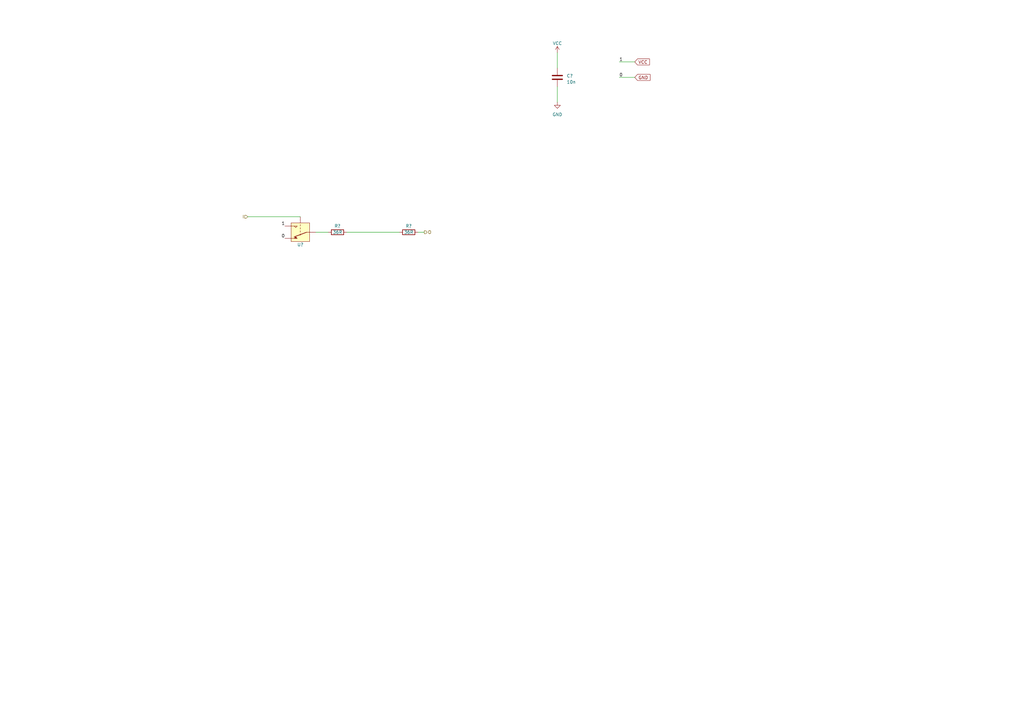
<source format=kicad_sch>
(kicad_sch (version 20230121) (generator eeschema)
  (paper "A3")
  (lib_symbols
    (symbol "Device:C" (pin_numbers hide) (pin_names (offset 0.254))
      (property "Reference" "C" (at 0.635 2.54 0))
      (property "Value" "C" (at 0.635 -2.54 0))
      (symbol "C_0_1"
        (polyline (pts (xy -2.032 -0.762) (xy 2.032 -0.762)) (stroke (width 0.508)))
        (polyline (pts (xy -2.032 0.762) (xy 2.032 0.762)) (stroke (width 0.508)))
      )
      (symbol "C_1_1"
        (pin passive line (at 0 3.81 270) (length 2.794) (name "~") (number "1"))
        (pin passive line (at 0 -3.81 90) (length 2.794) (name "~") (number "2"))
      )
    )
    (symbol "Device:R" (pin_numbers hide) (pin_names (offset 0))
      (property "Reference" "R" (at 2.032 0 90))
      (property "Value" "R" (at 0 0 90))
      (symbol "R_0_1"
        (rectangle (start -1.016 -2.54) (end 1.016 2.54) (stroke (width 0.254)))
      )
      (symbol "R_1_1"
        (pin passive line (at 0 3.81 270) (length 1.27) (name "~") (number "1"))
        (pin passive line (at 0 -3.81 90) (length 1.27) (name "~") (number "2"))
      )
    )
    (symbol "MevaLlibreria:1G3157" (pin_numbers hide)
      (property "Reference" "U" (at 0 -5.08 0))
      (symbol "1G3157_0_0"
        (polyline (pts (xy -3.81 2.54) (xy -1.27 2.54) (xy -1.905 1.905) (xy -2.54 2.54)))
      )
      (symbol "1G3157_0_1"
        (rectangle (start -3.81 3.81) (end 3.81 -3.81) (fill (type background)))
        (polyline (pts (xy 0 -0.635) (xy 0 -1.27)))
        (polyline (pts (xy 0 0.635) (xy 0 0)))
        (polyline (pts (xy 0 1.905) (xy 0 1.27)))
        (polyline (pts (xy 0 3.175) (xy 0 2.54)))
        (polyline (pts (xy 2.54 0) (xy -2.54 -1.905)) (stroke (width 0.254)))
        (polyline (pts (xy 3.81 0) (xy 2.54 0)))
        (polyline (pts (xy -3.81 -2.54) (xy -1.27 -2.54) (xy -1.905 -1.905) (xy -2.54 -2.54)) (fill (type outline)))
      )
      (symbol "1G3157_1_1"
        (pin input line (at -6.35 2.54 0) (length 2.54) (name "~") (number "1"))
        (pin power_in line (at 2.54 -2.54 270) (length 2.54) hide (name "GND") (number "2"))
        (pin input line (at -6.35 -2.54 0) (length 2.54) (name "~") (number "3"))
        (pin output line (at 6.35 0 180) (length 2.54) (name "~") (number "4"))
        (pin power_in line (at 2.54 2.54 90) (length 2.54) hide (name "VCC") (number "5"))
        (pin input line (at 0 6.35 270) (length 2.54) (name "~") (number "6"))
      )
    )
    (symbol "power:GND" (power) (pin_names (offset 0))
      (property "Value" "GND" (at 0 -3.81 0))
      (symbol "GND_0_1"
        (polyline (pts (xy 0 0) (xy 0 -1.27) (xy 1.27 -1.27) (xy 0 -2.54) (xy -1.27 -1.27) (xy 0 -1.27)))
      )
      (symbol "GND_1_1"
        (pin power_in line (at 0 0 270) (length 0) hide (name "GND") (number "1"))
      )
    )
    (symbol "power:VCC" (power) (pin_names (offset 0))
      (property "Value" "VCC" (at 0 3.81 0))
      (symbol "VCC_0_1"
        (polyline (pts (xy -0.762 1.27) (xy 0 2.54)))
        (polyline (pts (xy 0 0) (xy 0 2.54)))
        (polyline (pts (xy 0 2.54) (xy 0.762 1.27)))
      )
      (symbol "VCC_1_1"
        (pin power_in line (at 0 0 90) (length 0) hide (name "VCC") (number "1"))
      )
    )
  )
  (wire (pts (xy 171.45 95.25) (xy 173.99 95.25)))
  (wire (pts (xy 101.6 88.9) (xy 123.19 88.9)))
  (wire (pts (xy 129.54 95.25) (xy 134.62 95.25)))
  (wire (pts (xy 228.6 35.56) (xy 228.6 41.91)))
  (wire (pts (xy 228.6 21.59) (xy 228.6 27.94)))
  (wire (pts (xy 254 25.4) (xy 260.35 25.4)))
  (wire (pts (xy 142.24 95.25) (xy 163.83 95.25)))
  (wire (pts (xy 254 31.75) (xy 260.35 31.75)))
  (label "0" (at 254 31.75 0))
  (label "1" (at 116.84 92.71 180))
  (label "1" (at 254 25.4 0))
  (label "0" (at 116.84 97.79 180))
  (global_label "VCC" (shape input) (at 260.35 25.4 0) (property "Intersheetrefs" "${INTERSHEET_REFS}" (effects hide)))
  (global_label "GND" (shape input) (at 260.35 31.75 0) (property "Intersheetrefs" "${INTERSHEET_REFS}" (effects hide)))
  (hierarchical_label "I" (shape input) (at 101.6 88.9 180))
  (hierarchical_label "O" (shape output) (at 173.99 95.25 0))
  (symbol (lib_id "MevaLlibreria:1G3157") (at 123.19 95.25 0) (unit 1)
    (property "Reference" "U?" (at 123.19 100.33 0))
    (property "Value" "1G3157" (effects hide))
    (property "Footprint" "Package_TO_SOT_SMD:SOT-23-6" (effects hide))
    (property "Datasheet" "https://www.ti.com/lit/ds/symlink/sn74lvc1g3157.pdf" (effects hide))
    (property "Sim.Name" "74LVC1G3157" (effects hide))
    (property "Sim.Library" "../SpiceModelsGlobal/AnalogSPDT.txt" (effects hide))
    (property "Sim.Device" "SUBCKT" (effects hide))
    (property "Sim.Pins" "1=1 3=3 4=4 5=5 6=6" (effects hide))
    (property "Manufacturer" "Texas Instruments" (effects hide))
    (property "Part Number" "SN74LVC1G3157DBVR" (effects hide))
    (instances (project "MiniCalc_A" (path "" (reference "U?") (unit 1)) (path "" (reference "U?") (unit 1)) (path "" (reference "U17") (unit 1)) (path "" (reference "U18") (unit 1)) (path "" (reference "U19") (unit 1)) (path "" (reference "U16") (unit 1)) (path "" (reference "U20") (unit 1)) (path "" (reference "U21") (unit 1))) (project "MinicalcControlPanel" (path "" (reference "U59") (unit 1)) (path "" (reference "U60") (unit 1)) (path "" (reference "U55") (unit 1)) (path "" (reference "U61") (unit 1)) (path "" (reference "U63") (unit 1)) (path "" (reference "U62") (unit 1)) (path "" (reference "U65") (unit 1)) (path "" (reference "U66") (unit 1)) (path "" (reference "U64") (unit 1)) (path "" (reference "U68") (unit 1)) (path "" (reference "U67") (unit 1)) (path "" (reference "U69") (unit 1)) (path "" (reference "U79") (unit 1)) (path "" (reference "U74") (unit 1)) (path "" (reference "U83") (unit 1)) (path "" (reference "U84") (unit 1)) (path "" (reference "U81") (unit 1)) (path "" (reference "U82") (unit 1)) (path "" (reference "U76") (unit 1)) (path "" (reference "U78") (unit 1)) (path "" (reference "U77") (unit 1)) (path "" (reference "U85") (unit 1)) (path "" (reference "U75") (unit 1)) (path "" (reference "U80") (unit 1))))
  )
  (symbol (lib_id "Device:R") (at 138.43 95.25 270) (unit 1)
    (property "Reference" "R?" (at 138.43 92.71 90))
    (property "Value" "36R" (at 138.43 95.25 90))
    (property "Footprint" "MevaLlibreriaFootprint:Meu-R_0603_1608Metric" (effects hide))
    (instances (project "MiniCalc_A" (path "" (reference "R?") (unit 1)) (path "" (reference "R55") (unit 1)) (path "" (reference "R56") (unit 1)) (path "" (reference "R54") (unit 1)) (path "" (reference "R57") (unit 1)) (path "" (reference "R58") (unit 1)) (path "" (reference "R59") (unit 1))) (project "MinicalcControlPanel" (path "" (reference "R76") (unit 1)) (path "" (reference "R78") (unit 1)) (path "" (reference "R62") (unit 1)) (path "" (reference "R80") (unit 1)) (path "" (reference "R84") (unit 1)) (path "" (reference "R82") (unit 1)) (path "" (reference "R88") (unit 1)) (path "" (reference "R90") (unit 1)) (path "" (reference "R86") (unit 1)) (path "" (reference "R94") (unit 1)) (path "" (reference "R92") (unit 1)) (path "" (reference "R96") (unit 1)) (path "" (reference "R121") (unit 1)) (path "" (reference "R111") (unit 1)) (path "" (reference "R129") (unit 1)) (path "" (reference "R131") (unit 1)) (path "" (reference "R125") (unit 1)) (path "" (reference "R127") (unit 1)) (path "" (reference "R115") (unit 1)) (path "" (reference "R119") (unit 1)) (path "" (reference "R117") (unit 1)) (path "" (reference "R133") (unit 1)) (path "" (reference "R113") (unit 1)) (path "" (reference "R123") (unit 1))))
  )
  (symbol (lib_id "power:GND") (at 228.6 41.91 0) (unit 1)
    (property "Reference" "#PWR?" (effects hide))
    (property "Value" "GND" (at 228.6 46.99 0))
    (instances (project "MiniCalc_A" (path "" (reference "#PWR?") (unit 1)) (path "" (reference "#PWR?") (unit 1)) (path "" (reference "#PWR?") (unit 1)) (path "" (reference "#PWR?") (unit 1)) (path "" (reference "#PWR?") (unit 1)) (path "" (reference "#PWR?") (unit 1)) (path "" (reference "#PWR?") (unit 1)) (path "" (reference "#PWR?") (unit 1)) (path "" (reference "#PWR?") (unit 1)) (path "" (reference "#PWR?") (unit 1)) (path "" (reference "#PWR?") (unit 1)) (path "" (reference "#PWR?") (unit 1)) (path "" (reference "#PWR044") (unit 1)) (path "" (reference "#PWR046") (unit 1)) (path "" (reference "#PWR042") (unit 1)) (path "" (reference "#PWR048") (unit 1)) (path "" (reference "#PWR050") (unit 1)) (path "" (reference "#PWR052") (unit 1))) (project "MinicalcControlPanel" (path "" (reference "#PWR046") (unit 1)) (path "" (reference "#PWR048") (unit 1)) (path "" (reference "#PWR042") (unit 1)) (path "" (reference "#PWR051") (unit 1)) (path "" (reference "#PWR055") (unit 1)) (path "" (reference "#PWR053") (unit 1)) (path "" (reference "#PWR060") (unit 1)) (path "" (reference "#PWR062") (unit 1)) (path "" (reference "#PWR058") (unit 1)) (path "" (reference "#PWR067") (unit 1)) (path "" (reference "#PWR065") (unit 1)) (path "" (reference "#PWR069") (unit 1)) (path "" (reference "#PWR089") (unit 1)) (path "" (reference "#PWR076") (unit 1)) (path "" (reference "#PWR097") (unit 1)) (path "" (reference "#PWR0100") (unit 1)) (path "" (reference "#PWR093") (unit 1)) (path "" (reference "#PWR095") (unit 1)) (path "" (reference "#PWR082") (unit 1)) (path "" (reference "#PWR086") (unit 1)) (path "" (reference "#PWR084") (unit 1)) (path "" (reference "#PWR0102") (unit 1)) (path "" (reference "#PWR078") (unit 1)) (path "" (reference "#PWR091") (unit 1))))
  )
  (symbol (lib_id "power:VCC") (at 228.6 21.59 0) (unit 1)
    (property "Reference" "#PWR?" (effects hide))
    (property "Value" "VCC" (at 228.6 17.78 0))
    (instances (project "MiniCalc_A" (path "" (reference "#PWR?") (unit 1)) (path "" (reference "#PWR?") (unit 1)) (path "" (reference "#PWR?") (unit 1)) (path "" (reference "#PWR?") (unit 1)) (path "" (reference "#PWR?") (unit 1)) (path "" (reference "#PWR?") (unit 1)) (path "" (reference "#PWR?") (unit 1)) (path "" (reference "#PWR?") (unit 1)) (path "" (reference "#PWR?") (unit 1)) (path "" (reference "#PWR?") (unit 1)) (path "" (reference "#PWR?") (unit 1)) (path "" (reference "#PWR?") (unit 1)) (path "" (reference "#PWR043") (unit 1)) (path "" (reference "#PWR045") (unit 1)) (path "" (reference "#PWR041") (unit 1)) (path "" (reference "#PWR047") (unit 1)) (path "" (reference "#PWR049") (unit 1)) (path "" (reference "#PWR051") (unit 1))) (project "MinicalcControlPanel" (path "" (reference "#PWR045") (unit 1)) (path "" (reference "#PWR047") (unit 1)) (path "" (reference "#PWR041") (unit 1)) (path "" (reference "#PWR050") (unit 1)) (path "" (reference "#PWR054") (unit 1)) (path "" (reference "#PWR052") (unit 1)) (path "" (reference "#PWR059") (unit 1)) (path "" (reference "#PWR061") (unit 1)) (path "" (reference "#PWR057") (unit 1)) (path "" (reference "#PWR066") (unit 1)) (path "" (reference "#PWR064") (unit 1)) (path "" (reference "#PWR068") (unit 1)) (path "" (reference "#PWR088") (unit 1)) (path "" (reference "#PWR075") (unit 1)) (path "" (reference "#PWR096") (unit 1)) (path "" (reference "#PWR099") (unit 1)) (path "" (reference "#PWR092") (unit 1)) (path "" (reference "#PWR094") (unit 1)) (path "" (reference "#PWR081") (unit 1)) (path "" (reference "#PWR085") (unit 1)) (path "" (reference "#PWR083") (unit 1)) (path "" (reference "#PWR0101") (unit 1)) (path "" (reference "#PWR077") (unit 1)) (path "" (reference "#PWR090") (unit 1))))
  )
  (symbol (lib_id "Device:R") (at 167.64 95.25 270) (unit 1)
    (property "Reference" "R?" (at 167.64 92.71 90))
    (property "Value" "36R" (at 167.64 95.25 90))
    (property "Footprint" "MevaLlibreriaFootprint:Meu-R_0603_1608Metric" (effects hide))
    (instances (project "MiniCalc_A" (path "" (reference "R?") (unit 1)) (path "" (reference "R55") (unit 1)) (path "" (reference "R56") (unit 1)) (path "" (reference "R54") (unit 1)) (path "" (reference "R57") (unit 1)) (path "" (reference "R58") (unit 1)) (path "" (reference "R59") (unit 1))) (project "MinicalcControlPanel" (path "" (reference "R77") (unit 1)) (path "" (reference "R79") (unit 1)) (path "" (reference "R63") (unit 1)) (path "" (reference "R81") (unit 1)) (path "" (reference "R85") (unit 1)) (path "" (reference "R83") (unit 1)) (path "" (reference "R89") (unit 1)) (path "" (reference "R91") (unit 1)) (path "" (reference "R87") (unit 1)) (path "" (reference "R95") (unit 1)) (path "" (reference "R93") (unit 1)) (path "" (reference "R97") (unit 1)) (path "" (reference "R122") (unit 1)) (path "" (reference "R112") (unit 1)) (path "" (reference "R130") (unit 1)) (path "" (reference "R132") (unit 1)) (path "" (reference "R126") (unit 1)) (path "" (reference "R128") (unit 1)) (path "" (reference "R116") (unit 1)) (path "" (reference "R120") (unit 1)) (path "" (reference "R118") (unit 1)) (path "" (reference "R134") (unit 1)) (path "" (reference "R114") (unit 1)) (path "" (reference "R124") (unit 1))))
  )
  (symbol (lib_id "Device:C") (at 228.6 31.75 0) (unit 1)
    (property "Reference" "C?" (at 232.41 31.115 0) (effects (justify left)))
    (property "Value" "10n" (at 232.41 33.655 0) (effects (justify left)))
    (property "Footprint" "Capacitor_SMD:C_0603_1608Metric" (effects hide))
    (instances (project "MiniCalc_A" (path "" (reference "C?") (unit 1)) (path "" (reference "C?") (unit 1)) (path "" (reference "C?") (unit 1)) (path "" (reference "C?") (unit 1)) (path "" (reference "C?") (unit 1)) (path "" (reference "C?") (unit 1)) (path "" (reference "C?") (unit 1)) (path "" (reference "C?") (unit 1)) (path "" (reference "C?") (unit 1)) (path "" (reference "C?") (unit 1)) (path "" (reference "C?") (unit 1)) (path "" (reference "C?") (unit 1)) (path "" (reference "C17") (unit 1)) (path "" (reference "C18") (unit 1)) (path "" (reference "C16") (unit 1)) (path "" (reference "C19") (unit 1)) (path "" (reference "C20") (unit 1)) (path "" (reference "C21") (unit 1))) (project "MinicalcControlPanel" (path "" (reference "C41") (unit 1)) (path "" (reference "C42") (unit 1)) (path "" (reference "C37") (unit 1)) (path "" (reference "C43") (unit 1)) (path "" (reference "C45") (unit 1)) (path "" (reference "C44") (unit 1)) (path "" (reference "C47") (unit 1)) (path "" (reference "C48") (unit 1)) (path "" (reference "C46") (unit 1)) (path "" (reference "C50") (unit 1)) (path "" (reference "C49") (unit 1)) (path "" (reference "C51") (unit 1)) (path "" (reference "C61") (unit 1)) (path "" (reference "C56") (unit 1)) (path "" (reference "C65") (unit 1)) (path "" (reference "C66") (unit 1)) (path "" (reference "C63") (unit 1)) (path "" (reference "C64") (unit 1)) (path "" (reference "C58") (unit 1)) (path "" (reference "C60") (unit 1)) (path "" (reference "C59") (unit 1)) (path "" (reference "C67") (unit 1)) (path "" (reference "C57") (unit 1)) (path "" (reference "C62") (unit 1))))
  )
)
</source>
